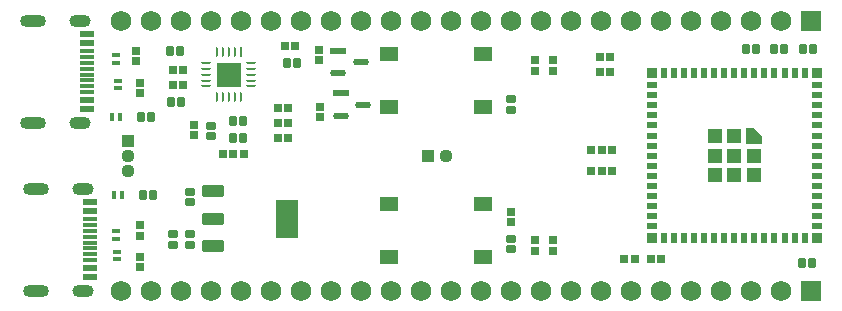
<source format=gts>
G04*
G04 #@! TF.GenerationSoftware,Altium Limited,Altium Designer,25.8.1 (18)*
G04*
G04 Layer_Color=8388736*
%FSLAX25Y25*%
%MOIN*%
G70*
G04*
G04 #@! TF.SameCoordinates,45636B8A-3915-4F7A-89EB-9D21C2A6E2F9*
G04*
G04*
G04 #@! TF.FilePolarity,Negative*
G04*
G01*
G75*
%ADD16R,0.00955X0.03306*%
G04:AMPARAMS|DCode=17|XSize=33.06mil|YSize=9.55mil|CornerRadius=4.77mil|HoleSize=0mil|Usage=FLASHONLY|Rotation=270.000|XOffset=0mil|YOffset=0mil|HoleType=Round|Shape=RoundedRectangle|*
%AMROUNDEDRECTD17*
21,1,0.03306,0.00000,0,0,270.0*
21,1,0.02351,0.00955,0,0,270.0*
1,1,0.00955,0.00000,-0.01176*
1,1,0.00955,0.00000,0.01176*
1,1,0.00955,0.00000,0.01176*
1,1,0.00955,0.00000,-0.01176*
%
%ADD17ROUNDEDRECTD17*%
G04:AMPARAMS|DCode=18|XSize=9.55mil|YSize=33.06mil|CornerRadius=4.77mil|HoleSize=0mil|Usage=FLASHONLY|Rotation=270.000|XOffset=0mil|YOffset=0mil|HoleType=Round|Shape=RoundedRectangle|*
%AMROUNDEDRECTD18*
21,1,0.00955,0.02351,0,0,270.0*
21,1,0.00000,0.03306,0,0,270.0*
1,1,0.00955,-0.01176,0.00000*
1,1,0.00955,-0.01176,0.00000*
1,1,0.00955,0.01176,0.00000*
1,1,0.00955,0.01176,0.00000*
%
%ADD18ROUNDEDRECTD18*%
%ADD20R,0.06102X0.05118*%
G04:AMPARAMS|DCode=27|XSize=53.43mil|YSize=22.53mil|CornerRadius=11.26mil|HoleSize=0mil|Usage=FLASHONLY|Rotation=0.000|XOffset=0mil|YOffset=0mil|HoleType=Round|Shape=RoundedRectangle|*
%AMROUNDEDRECTD27*
21,1,0.05343,0.00000,0,0,0.0*
21,1,0.03091,0.02253,0,0,0.0*
1,1,0.02253,0.01545,0.00000*
1,1,0.02253,-0.01545,0.00000*
1,1,0.02253,-0.01545,0.00000*
1,1,0.02253,0.01545,0.00000*
%
%ADD27ROUNDEDRECTD27*%
%ADD28R,0.05343X0.02253*%
%ADD30R,0.04528X0.02362*%
%ADD31R,0.04528X0.01181*%
%ADD37R,0.08071X0.08071*%
%ADD38R,0.02762X0.02526*%
G04:AMPARAMS|DCode=39|XSize=39.43mil|YSize=72.9mil|CornerRadius=3.95mil|HoleSize=0mil|Usage=FLASHONLY|Rotation=90.000|XOffset=0mil|YOffset=0mil|HoleType=Round|Shape=RoundedRectangle|*
%AMROUNDEDRECTD39*
21,1,0.03943,0.06500,0,0,90.0*
21,1,0.03154,0.07290,0,0,90.0*
1,1,0.00790,0.03250,0.01577*
1,1,0.00790,0.03250,-0.01577*
1,1,0.00790,-0.03250,-0.01577*
1,1,0.00790,-0.03250,0.01577*
%
%ADD39ROUNDEDRECTD39*%
G04:AMPARAMS|DCode=40|XSize=129.98mil|YSize=72.9mil|CornerRadius=4.07mil|HoleSize=0mil|Usage=FLASHONLY|Rotation=90.000|XOffset=0mil|YOffset=0mil|HoleType=Round|Shape=RoundedRectangle|*
%AMROUNDEDRECTD40*
21,1,0.12998,0.06476,0,0,90.0*
21,1,0.12185,0.07290,0,0,90.0*
1,1,0.00813,0.03238,0.06093*
1,1,0.00813,0.03238,-0.06093*
1,1,0.00813,-0.03238,-0.06093*
1,1,0.00813,-0.03238,0.06093*
%
%ADD40ROUNDEDRECTD40*%
%ADD41R,0.02762X0.01778*%
%ADD42R,0.02526X0.02762*%
%ADD43R,0.01778X0.02762*%
G04:AMPARAMS|DCode=44|XSize=27.62mil|YSize=30.38mil|CornerRadius=4.95mil|HoleSize=0mil|Usage=FLASHONLY|Rotation=180.000|XOffset=0mil|YOffset=0mil|HoleType=Round|Shape=RoundedRectangle|*
%AMROUNDEDRECTD44*
21,1,0.02762,0.02047,0,0,180.0*
21,1,0.01772,0.03038,0,0,180.0*
1,1,0.00991,-0.00886,0.01024*
1,1,0.00991,0.00886,0.01024*
1,1,0.00991,0.00886,-0.01024*
1,1,0.00991,-0.00886,-0.01024*
%
%ADD44ROUNDEDRECTD44*%
G04:AMPARAMS|DCode=45|XSize=27.62mil|YSize=30.38mil|CornerRadius=4.95mil|HoleSize=0mil|Usage=FLASHONLY|Rotation=90.000|XOffset=0mil|YOffset=0mil|HoleType=Round|Shape=RoundedRectangle|*
%AMROUNDEDRECTD45*
21,1,0.02762,0.02047,0,0,90.0*
21,1,0.01772,0.03038,0,0,90.0*
1,1,0.00991,0.01024,0.00886*
1,1,0.00991,0.01024,-0.00886*
1,1,0.00991,-0.01024,-0.00886*
1,1,0.00991,-0.01024,0.00886*
%
%ADD45ROUNDEDRECTD45*%
%ADD46R,0.03156X0.02762*%
%ADD47R,0.01975X0.03550*%
%ADD48R,0.03550X0.01975*%
%ADD49R,0.03550X0.03550*%
%ADD50R,0.05124X0.05124*%
%ADD51R,0.04400X0.04400*%
%ADD52C,0.04400*%
G04:AMPARAMS|DCode=53|XSize=39.37mil|YSize=86.61mil|CornerRadius=19.68mil|HoleSize=0mil|Usage=FLASHONLY|Rotation=270.000|XOffset=0mil|YOffset=0mil|HoleType=Round|Shape=RoundedRectangle|*
%AMROUNDEDRECTD53*
21,1,0.03937,0.04724,0,0,270.0*
21,1,0.00000,0.08661,0,0,270.0*
1,1,0.03937,-0.02362,0.00000*
1,1,0.03937,-0.02362,0.00000*
1,1,0.03937,0.02362,0.00000*
1,1,0.03937,0.02362,0.00000*
%
%ADD53ROUNDEDRECTD53*%
G04:AMPARAMS|DCode=54|XSize=39.37mil|YSize=70.87mil|CornerRadius=19.68mil|HoleSize=0mil|Usage=FLASHONLY|Rotation=270.000|XOffset=0mil|YOffset=0mil|HoleType=Round|Shape=RoundedRectangle|*
%AMROUNDEDRECTD54*
21,1,0.03937,0.03150,0,0,270.0*
21,1,0.00000,0.07087,0,0,270.0*
1,1,0.03937,-0.01575,0.00000*
1,1,0.03937,-0.01575,0.00000*
1,1,0.03937,0.01575,0.00000*
1,1,0.03937,0.01575,0.00000*
%
%ADD54ROUNDEDRECTD54*%
%ADD55R,0.04400X0.04400*%
%ADD56C,0.06800*%
%ADD57R,0.06800X0.06800*%
G36*
X243244Y53740D02*
Y59252D01*
X246197D01*
X248756Y56693D01*
Y53740D01*
X243244D01*
D02*
G37*
D16*
X74937Y84541D02*
D03*
D17*
X72969D02*
D03*
X69032D02*
D03*
X67063D02*
D03*
X69032Y69459D02*
D03*
X72969D02*
D03*
X74937D02*
D03*
X67063D02*
D03*
X71000D02*
D03*
Y84541D02*
D03*
D18*
X63459Y80937D02*
D03*
Y78969D02*
D03*
Y73063D02*
D03*
X78541D02*
D03*
Y75032D02*
D03*
Y77000D02*
D03*
Y78969D02*
D03*
Y80937D02*
D03*
X63459Y77000D02*
D03*
Y75032D02*
D03*
D20*
X124350Y66142D02*
D03*
X155650D02*
D03*
Y83858D02*
D03*
X124350D02*
D03*
Y16142D02*
D03*
X155650D02*
D03*
Y33858D02*
D03*
X124350D02*
D03*
D27*
X115742Y67000D02*
D03*
X108258Y63260D02*
D03*
X114985Y81260D02*
D03*
X107500Y77520D02*
D03*
D28*
X108258Y70740D02*
D03*
X107500Y85000D02*
D03*
D30*
X23764Y87441D02*
D03*
Y68543D02*
D03*
Y65394D02*
D03*
Y90591D02*
D03*
X24764Y34606D02*
D03*
Y9409D02*
D03*
Y31457D02*
D03*
Y12559D02*
D03*
D31*
X23764Y71102D02*
D03*
Y73071D02*
D03*
Y82913D02*
D03*
Y84882D02*
D03*
Y78976D02*
D03*
Y75039D02*
D03*
Y80945D02*
D03*
Y77008D02*
D03*
X24764Y15118D02*
D03*
Y26929D02*
D03*
Y24961D02*
D03*
Y21024D02*
D03*
Y22992D02*
D03*
Y19055D02*
D03*
Y17087D02*
D03*
Y28898D02*
D03*
D37*
X71000Y77000D02*
D03*
D38*
X179000Y81701D02*
D03*
Y78299D02*
D03*
X41500Y23299D02*
D03*
Y26701D02*
D03*
X40000Y85000D02*
D03*
Y81598D02*
D03*
X101500Y62799D02*
D03*
Y66201D02*
D03*
X179000Y18299D02*
D03*
Y21701D02*
D03*
X165000Y27799D02*
D03*
Y31201D02*
D03*
X101000Y81799D02*
D03*
Y85201D02*
D03*
X41500Y12799D02*
D03*
Y16201D02*
D03*
Y70799D02*
D03*
Y74201D02*
D03*
X59500Y56799D02*
D03*
Y60201D02*
D03*
D39*
X65697Y38055D02*
D03*
Y19800D02*
D03*
Y29000D02*
D03*
D40*
X90303D02*
D03*
D41*
X33700Y15441D02*
D03*
Y18000D02*
D03*
X34000Y75000D02*
D03*
Y72441D02*
D03*
X33500Y24759D02*
D03*
Y22200D02*
D03*
Y81000D02*
D03*
Y83559D02*
D03*
D42*
X90701Y66000D02*
D03*
X87299D02*
D03*
Y61000D02*
D03*
X90701D02*
D03*
X198201Y83000D02*
D03*
X194799D02*
D03*
X195299Y44800D02*
D03*
X198701D02*
D03*
X52299Y78500D02*
D03*
X55701D02*
D03*
X195301Y44800D02*
D03*
X191899D02*
D03*
X195301Y52000D02*
D03*
X191899D02*
D03*
X87299Y56000D02*
D03*
X90701D02*
D03*
X52299Y73500D02*
D03*
X55701D02*
D03*
X211599Y15500D02*
D03*
X215001D02*
D03*
X72501Y50500D02*
D03*
X69099D02*
D03*
X195299Y52000D02*
D03*
X198701D02*
D03*
X198201Y78000D02*
D03*
X194799D02*
D03*
X89799Y86500D02*
D03*
X93201D02*
D03*
X202899Y15500D02*
D03*
X206301D02*
D03*
X72500Y50500D02*
D03*
X75902D02*
D03*
D43*
X32721Y37000D02*
D03*
X35280D02*
D03*
X34780Y63000D02*
D03*
X32221D02*
D03*
D44*
X72280Y61500D02*
D03*
X75721D02*
D03*
X45720Y37000D02*
D03*
X42279D02*
D03*
X72280Y56000D02*
D03*
X75721D02*
D03*
X55221Y68000D02*
D03*
X51780D02*
D03*
X41780Y63000D02*
D03*
X45221D02*
D03*
X54720Y85000D02*
D03*
X51279D02*
D03*
X90280Y81000D02*
D03*
X93721D02*
D03*
X252780Y85500D02*
D03*
X246721D02*
D03*
X262280D02*
D03*
X265500Y14200D02*
D03*
X265721Y85500D02*
D03*
X256221D02*
D03*
X243280D02*
D03*
X262059Y14200D02*
D03*
D45*
X58000Y38000D02*
D03*
Y34559D02*
D03*
X165000Y22220D02*
D03*
Y18779D02*
D03*
X52500Y20279D02*
D03*
Y23720D02*
D03*
X65000Y59941D02*
D03*
Y56500D02*
D03*
X58000Y20279D02*
D03*
Y23720D02*
D03*
X165000Y68721D02*
D03*
Y65280D02*
D03*
D46*
X173000Y21870D02*
D03*
Y18130D02*
D03*
Y81870D02*
D03*
Y78130D02*
D03*
D47*
X256236Y77559D02*
D03*
X252890D02*
D03*
X249543D02*
D03*
X246197D02*
D03*
X242850D02*
D03*
X239504D02*
D03*
X236157D02*
D03*
X232811D02*
D03*
X229465D02*
D03*
X226118D02*
D03*
X222772D02*
D03*
X219425D02*
D03*
X216079D02*
D03*
Y22441D02*
D03*
X219425D02*
D03*
X222772D02*
D03*
X226118D02*
D03*
X229465D02*
D03*
X232811D02*
D03*
X236157D02*
D03*
X239504D02*
D03*
X242850D02*
D03*
X246197D02*
D03*
X249543D02*
D03*
X259583D02*
D03*
X262929D02*
D03*
X252890D02*
D03*
X256236D02*
D03*
X259583Y77559D02*
D03*
X262929D02*
D03*
D48*
X211945Y73425D02*
D03*
Y70079D02*
D03*
Y66732D02*
D03*
Y63386D02*
D03*
Y60039D02*
D03*
Y56693D02*
D03*
Y53347D02*
D03*
Y50000D02*
D03*
Y46654D02*
D03*
Y43307D02*
D03*
Y39961D02*
D03*
Y36614D02*
D03*
Y33268D02*
D03*
Y29921D02*
D03*
Y26575D02*
D03*
X267063Y29921D02*
D03*
Y26575D02*
D03*
Y33268D02*
D03*
Y39961D02*
D03*
Y36614D02*
D03*
Y43307D02*
D03*
Y50000D02*
D03*
Y46654D02*
D03*
Y53347D02*
D03*
Y60039D02*
D03*
Y56693D02*
D03*
Y63386D02*
D03*
Y70079D02*
D03*
Y66732D02*
D03*
Y73425D02*
D03*
D49*
X211945Y22441D02*
D03*
X267063D02*
D03*
X211945Y77559D02*
D03*
X267063D02*
D03*
D50*
X233008Y43504D02*
D03*
X239504Y50000D02*
D03*
X233008D02*
D03*
X239504Y43504D02*
D03*
X246000D02*
D03*
Y50000D02*
D03*
X239504Y56496D02*
D03*
X233008D02*
D03*
D51*
X37500Y55000D02*
D03*
D52*
Y50000D02*
D03*
Y45000D02*
D03*
X143500Y50000D02*
D03*
D53*
X5752Y60984D02*
D03*
Y95000D02*
D03*
X6752Y5000D02*
D03*
Y39016D02*
D03*
D54*
X21500Y60984D02*
D03*
Y95000D02*
D03*
X22500Y5000D02*
D03*
Y39016D02*
D03*
D55*
X137500Y50000D02*
D03*
D56*
X55000Y95000D02*
D03*
X255000D02*
D03*
X65000D02*
D03*
X255000Y5000D02*
D03*
X45000Y95000D02*
D03*
X35000Y5000D02*
D03*
X45000D02*
D03*
X55000D02*
D03*
X65000D02*
D03*
X75000D02*
D03*
X85000D02*
D03*
X95000D02*
D03*
X105000D02*
D03*
X115000D02*
D03*
X125000D02*
D03*
X135000D02*
D03*
X145000D02*
D03*
X155000D02*
D03*
X165000D02*
D03*
X175000D02*
D03*
X185000D02*
D03*
X195000D02*
D03*
X205000D02*
D03*
X215000D02*
D03*
X225000D02*
D03*
X235000D02*
D03*
X245000D02*
D03*
Y95000D02*
D03*
X235000D02*
D03*
X225000D02*
D03*
X215000D02*
D03*
X205000D02*
D03*
X195000D02*
D03*
X185000D02*
D03*
X175000D02*
D03*
X165000D02*
D03*
X155000D02*
D03*
X145000D02*
D03*
X135000D02*
D03*
X125000D02*
D03*
X115000D02*
D03*
X105000D02*
D03*
X95000D02*
D03*
X85000D02*
D03*
X75000D02*
D03*
X35000D02*
D03*
D57*
X265000Y5000D02*
D03*
Y95000D02*
D03*
M02*

</source>
